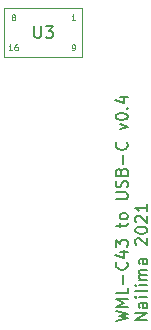
<source format=gbr>
%TF.GenerationSoftware,KiCad,Pcbnew,(5.1.6)-1*%
%TF.CreationDate,2021-03-12T01:35:39-08:00*%
%TF.ProjectId,WML-C43,574d4c2d-4334-4332-9e6b-696361645f70,rev?*%
%TF.SameCoordinates,Original*%
%TF.FileFunction,Legend,Top*%
%TF.FilePolarity,Positive*%
%FSLAX46Y46*%
G04 Gerber Fmt 4.6, Leading zero omitted, Abs format (unit mm)*
G04 Created by KiCad (PCBNEW (5.1.6)-1) date 2021-03-12 01:35:39*
%MOMM*%
%LPD*%
G01*
G04 APERTURE LIST*
%ADD10C,0.150000*%
%ADD11C,0.120000*%
%ADD12C,0.125000*%
G04 APERTURE END LIST*
D10*
X166140380Y-58941642D02*
X167140380Y-58703547D01*
X166426095Y-58513071D01*
X167140380Y-58322595D01*
X166140380Y-58084500D01*
X167140380Y-57703547D02*
X166140380Y-57703547D01*
X166854666Y-57370214D01*
X166140380Y-57036880D01*
X167140380Y-57036880D01*
X167140380Y-56084500D02*
X167140380Y-56560690D01*
X166140380Y-56560690D01*
X166759428Y-55751166D02*
X166759428Y-54989261D01*
X167045142Y-53941642D02*
X167092761Y-53989261D01*
X167140380Y-54132119D01*
X167140380Y-54227357D01*
X167092761Y-54370214D01*
X166997523Y-54465452D01*
X166902285Y-54513071D01*
X166711809Y-54560690D01*
X166568952Y-54560690D01*
X166378476Y-54513071D01*
X166283238Y-54465452D01*
X166188000Y-54370214D01*
X166140380Y-54227357D01*
X166140380Y-54132119D01*
X166188000Y-53989261D01*
X166235619Y-53941642D01*
X166473714Y-53084500D02*
X167140380Y-53084500D01*
X166092761Y-53322595D02*
X166807047Y-53560690D01*
X166807047Y-52941642D01*
X166140380Y-52655928D02*
X166140380Y-52036880D01*
X166521333Y-52370214D01*
X166521333Y-52227357D01*
X166568952Y-52132119D01*
X166616571Y-52084500D01*
X166711809Y-52036880D01*
X166949904Y-52036880D01*
X167045142Y-52084500D01*
X167092761Y-52132119D01*
X167140380Y-52227357D01*
X167140380Y-52513071D01*
X167092761Y-52608309D01*
X167045142Y-52655928D01*
X166473714Y-50989261D02*
X166473714Y-50608309D01*
X166140380Y-50846404D02*
X166997523Y-50846404D01*
X167092761Y-50798785D01*
X167140380Y-50703547D01*
X167140380Y-50608309D01*
X167140380Y-50132119D02*
X167092761Y-50227357D01*
X167045142Y-50274976D01*
X166949904Y-50322595D01*
X166664190Y-50322595D01*
X166568952Y-50274976D01*
X166521333Y-50227357D01*
X166473714Y-50132119D01*
X166473714Y-49989261D01*
X166521333Y-49894023D01*
X166568952Y-49846404D01*
X166664190Y-49798785D01*
X166949904Y-49798785D01*
X167045142Y-49846404D01*
X167092761Y-49894023D01*
X167140380Y-49989261D01*
X167140380Y-50132119D01*
X166140380Y-48608309D02*
X166949904Y-48608309D01*
X167045142Y-48560690D01*
X167092761Y-48513071D01*
X167140380Y-48417833D01*
X167140380Y-48227357D01*
X167092761Y-48132119D01*
X167045142Y-48084500D01*
X166949904Y-48036880D01*
X166140380Y-48036880D01*
X167092761Y-47608309D02*
X167140380Y-47465452D01*
X167140380Y-47227357D01*
X167092761Y-47132119D01*
X167045142Y-47084500D01*
X166949904Y-47036880D01*
X166854666Y-47036880D01*
X166759428Y-47084500D01*
X166711809Y-47132119D01*
X166664190Y-47227357D01*
X166616571Y-47417833D01*
X166568952Y-47513071D01*
X166521333Y-47560690D01*
X166426095Y-47608309D01*
X166330857Y-47608309D01*
X166235619Y-47560690D01*
X166188000Y-47513071D01*
X166140380Y-47417833D01*
X166140380Y-47179738D01*
X166188000Y-47036880D01*
X166616571Y-46274976D02*
X166664190Y-46132119D01*
X166711809Y-46084500D01*
X166807047Y-46036880D01*
X166949904Y-46036880D01*
X167045142Y-46084500D01*
X167092761Y-46132119D01*
X167140380Y-46227357D01*
X167140380Y-46608309D01*
X166140380Y-46608309D01*
X166140380Y-46274976D01*
X166188000Y-46179738D01*
X166235619Y-46132119D01*
X166330857Y-46084500D01*
X166426095Y-46084500D01*
X166521333Y-46132119D01*
X166568952Y-46179738D01*
X166616571Y-46274976D01*
X166616571Y-46608309D01*
X166759428Y-45608309D02*
X166759428Y-44846404D01*
X167045142Y-43798785D02*
X167092761Y-43846404D01*
X167140380Y-43989261D01*
X167140380Y-44084500D01*
X167092761Y-44227357D01*
X166997523Y-44322595D01*
X166902285Y-44370214D01*
X166711809Y-44417833D01*
X166568952Y-44417833D01*
X166378476Y-44370214D01*
X166283238Y-44322595D01*
X166188000Y-44227357D01*
X166140380Y-44084500D01*
X166140380Y-43989261D01*
X166188000Y-43846404D01*
X166235619Y-43798785D01*
X166473714Y-42703547D02*
X167140380Y-42465452D01*
X166473714Y-42227357D01*
X166140380Y-41655928D02*
X166140380Y-41560690D01*
X166188000Y-41465452D01*
X166235619Y-41417833D01*
X166330857Y-41370214D01*
X166521333Y-41322595D01*
X166759428Y-41322595D01*
X166949904Y-41370214D01*
X167045142Y-41417833D01*
X167092761Y-41465452D01*
X167140380Y-41560690D01*
X167140380Y-41655928D01*
X167092761Y-41751166D01*
X167045142Y-41798785D01*
X166949904Y-41846404D01*
X166759428Y-41894023D01*
X166521333Y-41894023D01*
X166330857Y-41846404D01*
X166235619Y-41798785D01*
X166188000Y-41751166D01*
X166140380Y-41655928D01*
X167045142Y-40894023D02*
X167092761Y-40846404D01*
X167140380Y-40894023D01*
X167092761Y-40941642D01*
X167045142Y-40894023D01*
X167140380Y-40894023D01*
X166473714Y-39989261D02*
X167140380Y-39989261D01*
X166092761Y-40227357D02*
X166807047Y-40465452D01*
X166807047Y-39846404D01*
X168790380Y-58846404D02*
X167790380Y-58846404D01*
X168790380Y-58274976D01*
X167790380Y-58274976D01*
X168790380Y-57370214D02*
X168266571Y-57370214D01*
X168171333Y-57417833D01*
X168123714Y-57513071D01*
X168123714Y-57703547D01*
X168171333Y-57798785D01*
X168742761Y-57370214D02*
X168790380Y-57465452D01*
X168790380Y-57703547D01*
X168742761Y-57798785D01*
X168647523Y-57846404D01*
X168552285Y-57846404D01*
X168457047Y-57798785D01*
X168409428Y-57703547D01*
X168409428Y-57465452D01*
X168361809Y-57370214D01*
X168790380Y-56894023D02*
X168123714Y-56894023D01*
X167790380Y-56894023D02*
X167838000Y-56941642D01*
X167885619Y-56894023D01*
X167838000Y-56846404D01*
X167790380Y-56894023D01*
X167885619Y-56894023D01*
X168790380Y-56274976D02*
X168742761Y-56370214D01*
X168647523Y-56417833D01*
X167790380Y-56417833D01*
X168790380Y-55894023D02*
X168123714Y-55894023D01*
X167790380Y-55894023D02*
X167838000Y-55941642D01*
X167885619Y-55894023D01*
X167838000Y-55846404D01*
X167790380Y-55894023D01*
X167885619Y-55894023D01*
X168790380Y-55417833D02*
X168123714Y-55417833D01*
X168218952Y-55417833D02*
X168171333Y-55370214D01*
X168123714Y-55274976D01*
X168123714Y-55132119D01*
X168171333Y-55036880D01*
X168266571Y-54989261D01*
X168790380Y-54989261D01*
X168266571Y-54989261D02*
X168171333Y-54941642D01*
X168123714Y-54846404D01*
X168123714Y-54703547D01*
X168171333Y-54608309D01*
X168266571Y-54560690D01*
X168790380Y-54560690D01*
X168790380Y-53655928D02*
X168266571Y-53655928D01*
X168171333Y-53703547D01*
X168123714Y-53798785D01*
X168123714Y-53989261D01*
X168171333Y-54084500D01*
X168742761Y-53655928D02*
X168790380Y-53751166D01*
X168790380Y-53989261D01*
X168742761Y-54084500D01*
X168647523Y-54132119D01*
X168552285Y-54132119D01*
X168457047Y-54084500D01*
X168409428Y-53989261D01*
X168409428Y-53751166D01*
X168361809Y-53655928D01*
X167885619Y-52465452D02*
X167838000Y-52417833D01*
X167790380Y-52322595D01*
X167790380Y-52084500D01*
X167838000Y-51989261D01*
X167885619Y-51941642D01*
X167980857Y-51894023D01*
X168076095Y-51894023D01*
X168218952Y-51941642D01*
X168790380Y-52513071D01*
X168790380Y-51894023D01*
X167790380Y-51274976D02*
X167790380Y-51179738D01*
X167838000Y-51084500D01*
X167885619Y-51036880D01*
X167980857Y-50989261D01*
X168171333Y-50941642D01*
X168409428Y-50941642D01*
X168599904Y-50989261D01*
X168695142Y-51036880D01*
X168742761Y-51084500D01*
X168790380Y-51179738D01*
X168790380Y-51274976D01*
X168742761Y-51370214D01*
X168695142Y-51417833D01*
X168599904Y-51465452D01*
X168409428Y-51513071D01*
X168171333Y-51513071D01*
X167980857Y-51465452D01*
X167885619Y-51417833D01*
X167838000Y-51370214D01*
X167790380Y-51274976D01*
X167885619Y-50560690D02*
X167838000Y-50513071D01*
X167790380Y-50417833D01*
X167790380Y-50179738D01*
X167838000Y-50084500D01*
X167885619Y-50036880D01*
X167980857Y-49989261D01*
X168076095Y-49989261D01*
X168218952Y-50036880D01*
X168790380Y-50608309D01*
X168790380Y-49989261D01*
X168790380Y-49036880D02*
X168790380Y-49608309D01*
X168790380Y-49322595D02*
X167790380Y-49322595D01*
X167933238Y-49417833D01*
X168028476Y-49513071D01*
X168076095Y-49608309D01*
D11*
%TO.C,U3*%
X156700000Y-32455000D02*
X163300000Y-32455000D01*
X163300000Y-36555000D02*
X163300000Y-32455000D01*
X163300000Y-36555000D02*
X156700000Y-36555000D01*
X156700000Y-32455000D02*
X156700000Y-36555000D01*
D10*
X159238095Y-33957380D02*
X159238095Y-34766904D01*
X159285714Y-34862142D01*
X159333333Y-34909761D01*
X159428571Y-34957380D01*
X159619047Y-34957380D01*
X159714285Y-34909761D01*
X159761904Y-34862142D01*
X159809523Y-34766904D01*
X159809523Y-33957380D01*
X160190476Y-33957380D02*
X160809523Y-33957380D01*
X160476190Y-34338333D01*
X160619047Y-34338333D01*
X160714285Y-34385952D01*
X160761904Y-34433571D01*
X160809523Y-34528809D01*
X160809523Y-34766904D01*
X160761904Y-34862142D01*
X160714285Y-34909761D01*
X160619047Y-34957380D01*
X160333333Y-34957380D01*
X160238095Y-34909761D01*
X160190476Y-34862142D01*
D12*
X157364761Y-36001190D02*
X157079047Y-36001190D01*
X157221904Y-36001190D02*
X157221904Y-35501190D01*
X157174285Y-35572619D01*
X157126666Y-35620238D01*
X157079047Y-35644047D01*
X157793333Y-35501190D02*
X157698095Y-35501190D01*
X157650476Y-35525000D01*
X157626666Y-35548809D01*
X157579047Y-35620238D01*
X157555238Y-35715476D01*
X157555238Y-35905952D01*
X157579047Y-35953571D01*
X157602857Y-35977380D01*
X157650476Y-36001190D01*
X157745714Y-36001190D01*
X157793333Y-35977380D01*
X157817142Y-35953571D01*
X157840952Y-35905952D01*
X157840952Y-35786904D01*
X157817142Y-35739285D01*
X157793333Y-35715476D01*
X157745714Y-35691666D01*
X157650476Y-35691666D01*
X157602857Y-35715476D01*
X157579047Y-35739285D01*
X157555238Y-35786904D01*
X162444761Y-36001190D02*
X162540000Y-36001190D01*
X162587619Y-35977380D01*
X162611428Y-35953571D01*
X162659047Y-35882142D01*
X162682857Y-35786904D01*
X162682857Y-35596428D01*
X162659047Y-35548809D01*
X162635238Y-35525000D01*
X162587619Y-35501190D01*
X162492380Y-35501190D01*
X162444761Y-35525000D01*
X162420952Y-35548809D01*
X162397142Y-35596428D01*
X162397142Y-35715476D01*
X162420952Y-35763095D01*
X162444761Y-35786904D01*
X162492380Y-35810714D01*
X162587619Y-35810714D01*
X162635238Y-35786904D01*
X162659047Y-35763095D01*
X162682857Y-35715476D01*
X162682857Y-33461190D02*
X162397142Y-33461190D01*
X162540000Y-33461190D02*
X162540000Y-32961190D01*
X162492380Y-33032619D01*
X162444761Y-33080238D01*
X162397142Y-33104047D01*
X157412380Y-33175476D02*
X157364761Y-33151666D01*
X157340952Y-33127857D01*
X157317142Y-33080238D01*
X157317142Y-33056428D01*
X157340952Y-33008809D01*
X157364761Y-32985000D01*
X157412380Y-32961190D01*
X157507619Y-32961190D01*
X157555238Y-32985000D01*
X157579047Y-33008809D01*
X157602857Y-33056428D01*
X157602857Y-33080238D01*
X157579047Y-33127857D01*
X157555238Y-33151666D01*
X157507619Y-33175476D01*
X157412380Y-33175476D01*
X157364761Y-33199285D01*
X157340952Y-33223095D01*
X157317142Y-33270714D01*
X157317142Y-33365952D01*
X157340952Y-33413571D01*
X157364761Y-33437380D01*
X157412380Y-33461190D01*
X157507619Y-33461190D01*
X157555238Y-33437380D01*
X157579047Y-33413571D01*
X157602857Y-33365952D01*
X157602857Y-33270714D01*
X157579047Y-33223095D01*
X157555238Y-33199285D01*
X157507619Y-33175476D01*
%TD*%
M02*

</source>
